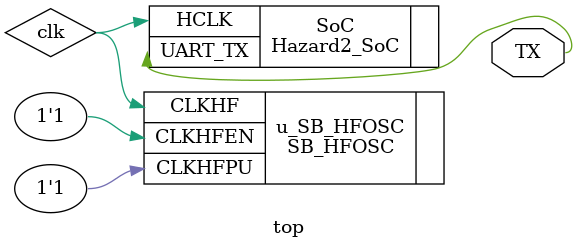
<source format=v>
module top (
    output wire TX
);
    wire clk;


    SB_HFOSC #(
    .CLKHF_DIV("0b11")  
    ) u_SB_HFOSC (
        .CLKHFPU(1'b1),
        .CLKHFEN(1'b1),
        .CLKHF(clk)
    );


    Hazard2_SoC SoC(
    .HCLK(clk),
    .UART_TX(TX)
    );


endmodule
</source>
